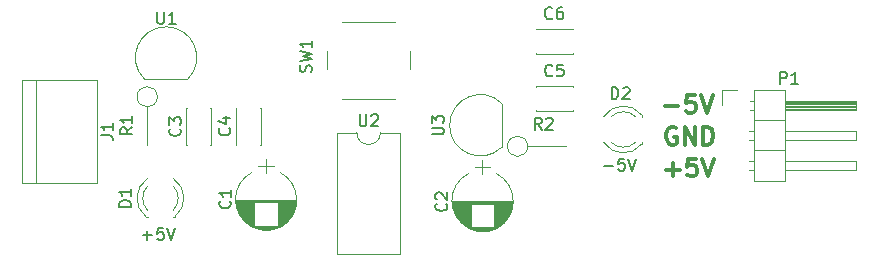
<source format=gto>
G04 #@! TF.FileFunction,Legend,Top*
%FSLAX46Y46*%
G04 Gerber Fmt 4.6, Leading zero omitted, Abs format (unit mm)*
G04 Created by KiCad (PCBNEW 4.0.7) date Thursday, December 14, 2017 'PMt' 09:42:57 PM*
%MOMM*%
%LPD*%
G01*
G04 APERTURE LIST*
%ADD10C,0.100000*%
%ADD11C,0.300000*%
%ADD12C,0.200000*%
%ADD13C,0.120000*%
%ADD14C,0.150000*%
G04 APERTURE END LIST*
D10*
D11*
X208777129Y-113988043D02*
X209919986Y-113988043D01*
X209348557Y-114559471D02*
X209348557Y-113416614D01*
X211348558Y-113059471D02*
X210634272Y-113059471D01*
X210562843Y-113773757D01*
X210634272Y-113702329D01*
X210777129Y-113630900D01*
X211134272Y-113630900D01*
X211277129Y-113702329D01*
X211348558Y-113773757D01*
X211419986Y-113916614D01*
X211419986Y-114273757D01*
X211348558Y-114416614D01*
X211277129Y-114488043D01*
X211134272Y-114559471D01*
X210777129Y-114559471D01*
X210634272Y-114488043D01*
X210562843Y-114416614D01*
X211848557Y-113059471D02*
X212348557Y-114559471D01*
X212848557Y-113059471D01*
X209626343Y-110438500D02*
X209483486Y-110367071D01*
X209269200Y-110367071D01*
X209054915Y-110438500D01*
X208912057Y-110581357D01*
X208840629Y-110724214D01*
X208769200Y-111009929D01*
X208769200Y-111224214D01*
X208840629Y-111509929D01*
X208912057Y-111652786D01*
X209054915Y-111795643D01*
X209269200Y-111867071D01*
X209412057Y-111867071D01*
X209626343Y-111795643D01*
X209697772Y-111724214D01*
X209697772Y-111224214D01*
X209412057Y-111224214D01*
X210340629Y-111867071D02*
X210340629Y-110367071D01*
X211197772Y-111867071D01*
X211197772Y-110367071D01*
X211912058Y-111867071D02*
X211912058Y-110367071D01*
X212269201Y-110367071D01*
X212483486Y-110438500D01*
X212626344Y-110581357D01*
X212697772Y-110724214D01*
X212769201Y-111009929D01*
X212769201Y-111224214D01*
X212697772Y-111509929D01*
X212626344Y-111652786D01*
X212483486Y-111795643D01*
X212269201Y-111867071D01*
X211912058Y-111867071D01*
X208650129Y-108603243D02*
X209792986Y-108603243D01*
X211221558Y-107674671D02*
X210507272Y-107674671D01*
X210435843Y-108388957D01*
X210507272Y-108317529D01*
X210650129Y-108246100D01*
X211007272Y-108246100D01*
X211150129Y-108317529D01*
X211221558Y-108388957D01*
X211292986Y-108531814D01*
X211292986Y-108888957D01*
X211221558Y-109031814D01*
X211150129Y-109103243D01*
X211007272Y-109174671D01*
X210650129Y-109174671D01*
X210507272Y-109103243D01*
X210435843Y-109031814D01*
X211721557Y-107674671D02*
X212221557Y-109174671D01*
X212721557Y-107674671D01*
D12*
X203539886Y-113685629D02*
X204301791Y-113685629D01*
X205254172Y-113066581D02*
X204777981Y-113066581D01*
X204730362Y-113542771D01*
X204777981Y-113495152D01*
X204873219Y-113447533D01*
X205111315Y-113447533D01*
X205206553Y-113495152D01*
X205254172Y-113542771D01*
X205301791Y-113638010D01*
X205301791Y-113876105D01*
X205254172Y-113971343D01*
X205206553Y-114018962D01*
X205111315Y-114066581D01*
X204873219Y-114066581D01*
X204777981Y-114018962D01*
X204730362Y-113971343D01*
X205587505Y-113066581D02*
X205920838Y-114066581D01*
X206254172Y-113066581D01*
X164487386Y-119553029D02*
X165249291Y-119553029D01*
X164868339Y-119933981D02*
X164868339Y-119172076D01*
X166201672Y-118933981D02*
X165725481Y-118933981D01*
X165677862Y-119410171D01*
X165725481Y-119362552D01*
X165820719Y-119314933D01*
X166058815Y-119314933D01*
X166154053Y-119362552D01*
X166201672Y-119410171D01*
X166249291Y-119505410D01*
X166249291Y-119743505D01*
X166201672Y-119838743D01*
X166154053Y-119886362D01*
X166058815Y-119933981D01*
X165820719Y-119933981D01*
X165725481Y-119886362D01*
X165677862Y-119838743D01*
X166535005Y-118933981D02*
X166868338Y-119933981D01*
X167201672Y-118933981D01*
D13*
X170262100Y-108770300D02*
X170262100Y-111890300D01*
X168142100Y-108770300D02*
X168142100Y-111890300D01*
X170262100Y-108770300D02*
X170198100Y-108770300D01*
X168206100Y-108770300D02*
X168142100Y-108770300D01*
X170262100Y-111890300D02*
X170198100Y-111890300D01*
X168206100Y-111890300D02*
X168142100Y-111890300D01*
X174453100Y-108770300D02*
X174453100Y-111890300D01*
X172333100Y-108770300D02*
X172333100Y-111890300D01*
X174453100Y-108770300D02*
X174389100Y-108770300D01*
X172397100Y-108770300D02*
X172333100Y-108770300D01*
X174453100Y-111890300D02*
X174389100Y-111890300D01*
X172397100Y-111890300D02*
X172333100Y-111890300D01*
X197746500Y-106890000D02*
X200866500Y-106890000D01*
X197746500Y-109010000D02*
X200866500Y-109010000D01*
X197746500Y-106890000D02*
X197746500Y-106954000D01*
X197746500Y-108946000D02*
X197746500Y-109010000D01*
X200866500Y-106890000D02*
X200866500Y-106954000D01*
X200866500Y-108946000D02*
X200866500Y-109010000D01*
X197733800Y-102051300D02*
X200853800Y-102051300D01*
X197733800Y-104171300D02*
X200853800Y-104171300D01*
X197733800Y-102051300D02*
X197733800Y-102115300D01*
X197733800Y-104107300D02*
X197733800Y-104171300D01*
X200853800Y-102051300D02*
X200853800Y-102115300D01*
X200853800Y-104107300D02*
X200853800Y-104171300D01*
X154212000Y-106394000D02*
X154212000Y-115094000D01*
X160622000Y-106394000D02*
X160622000Y-115094000D01*
X160622000Y-115094000D02*
X154212000Y-115094000D01*
X155442000Y-115094000D02*
X155442000Y-106394000D01*
X154212000Y-106394000D02*
X160622000Y-106394000D01*
X181340000Y-107989000D02*
X185840000Y-107989000D01*
X180090000Y-103989000D02*
X180090000Y-105489000D01*
X185840000Y-101489000D02*
X181340000Y-101489000D01*
X187090000Y-105489000D02*
X187090000Y-103989000D01*
X164646200Y-106345600D02*
X168246200Y-106345600D01*
X164607722Y-106334078D02*
G75*
G02X166446200Y-101895600I1838478J1838478D01*
G01*
X168284678Y-106334078D02*
G75*
G03X166446200Y-101895600I-1838478J1838478D01*
G01*
X184591200Y-110861800D02*
G75*
G02X182591200Y-110861800I-1000000J0D01*
G01*
X182591200Y-110861800D02*
X180941200Y-110861800D01*
X180941200Y-110861800D02*
X180941200Y-121141800D01*
X180941200Y-121141800D02*
X186241200Y-121141800D01*
X186241200Y-121141800D02*
X186241200Y-110861800D01*
X186241200Y-110861800D02*
X184591200Y-110861800D01*
X194902700Y-112036000D02*
X194902700Y-108436000D01*
X194891178Y-112074478D02*
G75*
G02X190452700Y-110236000I-1838478J1838478D01*
G01*
X194891178Y-108397522D02*
G75*
G03X190452700Y-110236000I-1838478J-1838478D01*
G01*
X216222400Y-107216900D02*
X216222400Y-114956900D01*
X216222400Y-114956900D02*
X218882400Y-114956900D01*
X218882400Y-114956900D02*
X218882400Y-107216900D01*
X218882400Y-107216900D02*
X216222400Y-107216900D01*
X218882400Y-108166900D02*
X224882400Y-108166900D01*
X224882400Y-108166900D02*
X224882400Y-108926900D01*
X224882400Y-108926900D02*
X218882400Y-108926900D01*
X218882400Y-108226900D02*
X224882400Y-108226900D01*
X218882400Y-108346900D02*
X224882400Y-108346900D01*
X218882400Y-108466900D02*
X224882400Y-108466900D01*
X218882400Y-108586900D02*
X224882400Y-108586900D01*
X218882400Y-108706900D02*
X224882400Y-108706900D01*
X218882400Y-108826900D02*
X224882400Y-108826900D01*
X215892400Y-108166900D02*
X216222400Y-108166900D01*
X215892400Y-108926900D02*
X216222400Y-108926900D01*
X216222400Y-109816900D02*
X218882400Y-109816900D01*
X218882400Y-110706900D02*
X224882400Y-110706900D01*
X224882400Y-110706900D02*
X224882400Y-111466900D01*
X224882400Y-111466900D02*
X218882400Y-111466900D01*
X215825329Y-110706900D02*
X216222400Y-110706900D01*
X215825329Y-111466900D02*
X216222400Y-111466900D01*
X216222400Y-112356900D02*
X218882400Y-112356900D01*
X218882400Y-113246900D02*
X224882400Y-113246900D01*
X224882400Y-113246900D02*
X224882400Y-114006900D01*
X224882400Y-114006900D02*
X218882400Y-114006900D01*
X215825329Y-113246900D02*
X216222400Y-113246900D01*
X215825329Y-114006900D02*
X216222400Y-114006900D01*
X213512400Y-108546900D02*
X213512400Y-107276900D01*
X213512400Y-107276900D02*
X214782400Y-107276900D01*
X176084123Y-118833622D02*
G75*
G03X176084400Y-114222320I-1179723J2305722D01*
G01*
X173724677Y-118833622D02*
G75*
G02X173724400Y-114222320I1179723J2305722D01*
G01*
X173724677Y-118833622D02*
G75*
G03X176084400Y-118833480I1179723J2305722D01*
G01*
X177454400Y-116527900D02*
X172354400Y-116527900D01*
X177454400Y-116567900D02*
X172354400Y-116567900D01*
X177453400Y-116607900D02*
X172355400Y-116607900D01*
X177452400Y-116647900D02*
X172356400Y-116647900D01*
X177450400Y-116687900D02*
X172358400Y-116687900D01*
X177447400Y-116727900D02*
X172361400Y-116727900D01*
X177443400Y-116767900D02*
X172365400Y-116767900D01*
X177439400Y-116807900D02*
X175884400Y-116807900D01*
X173924400Y-116807900D02*
X172369400Y-116807900D01*
X177435400Y-116847900D02*
X175884400Y-116847900D01*
X173924400Y-116847900D02*
X172373400Y-116847900D01*
X177429400Y-116887900D02*
X175884400Y-116887900D01*
X173924400Y-116887900D02*
X172379400Y-116887900D01*
X177423400Y-116927900D02*
X175884400Y-116927900D01*
X173924400Y-116927900D02*
X172385400Y-116927900D01*
X177417400Y-116967900D02*
X175884400Y-116967900D01*
X173924400Y-116967900D02*
X172391400Y-116967900D01*
X177410400Y-117007900D02*
X175884400Y-117007900D01*
X173924400Y-117007900D02*
X172398400Y-117007900D01*
X177402400Y-117047900D02*
X175884400Y-117047900D01*
X173924400Y-117047900D02*
X172406400Y-117047900D01*
X177393400Y-117087900D02*
X175884400Y-117087900D01*
X173924400Y-117087900D02*
X172415400Y-117087900D01*
X177384400Y-117127900D02*
X175884400Y-117127900D01*
X173924400Y-117127900D02*
X172424400Y-117127900D01*
X177374400Y-117167900D02*
X175884400Y-117167900D01*
X173924400Y-117167900D02*
X172434400Y-117167900D01*
X177364400Y-117207900D02*
X175884400Y-117207900D01*
X173924400Y-117207900D02*
X172444400Y-117207900D01*
X177352400Y-117248900D02*
X175884400Y-117248900D01*
X173924400Y-117248900D02*
X172456400Y-117248900D01*
X177340400Y-117288900D02*
X175884400Y-117288900D01*
X173924400Y-117288900D02*
X172468400Y-117288900D01*
X177328400Y-117328900D02*
X175884400Y-117328900D01*
X173924400Y-117328900D02*
X172480400Y-117328900D01*
X177314400Y-117368900D02*
X175884400Y-117368900D01*
X173924400Y-117368900D02*
X172494400Y-117368900D01*
X177300400Y-117408900D02*
X175884400Y-117408900D01*
X173924400Y-117408900D02*
X172508400Y-117408900D01*
X177286400Y-117448900D02*
X175884400Y-117448900D01*
X173924400Y-117448900D02*
X172522400Y-117448900D01*
X177270400Y-117488900D02*
X175884400Y-117488900D01*
X173924400Y-117488900D02*
X172538400Y-117488900D01*
X177254400Y-117528900D02*
X175884400Y-117528900D01*
X173924400Y-117528900D02*
X172554400Y-117528900D01*
X177237400Y-117568900D02*
X175884400Y-117568900D01*
X173924400Y-117568900D02*
X172571400Y-117568900D01*
X177219400Y-117608900D02*
X175884400Y-117608900D01*
X173924400Y-117608900D02*
X172589400Y-117608900D01*
X177200400Y-117648900D02*
X175884400Y-117648900D01*
X173924400Y-117648900D02*
X172608400Y-117648900D01*
X177180400Y-117688900D02*
X175884400Y-117688900D01*
X173924400Y-117688900D02*
X172628400Y-117688900D01*
X177160400Y-117728900D02*
X175884400Y-117728900D01*
X173924400Y-117728900D02*
X172648400Y-117728900D01*
X177138400Y-117768900D02*
X175884400Y-117768900D01*
X173924400Y-117768900D02*
X172670400Y-117768900D01*
X177116400Y-117808900D02*
X175884400Y-117808900D01*
X173924400Y-117808900D02*
X172692400Y-117808900D01*
X177093400Y-117848900D02*
X175884400Y-117848900D01*
X173924400Y-117848900D02*
X172715400Y-117848900D01*
X177069400Y-117888900D02*
X175884400Y-117888900D01*
X173924400Y-117888900D02*
X172739400Y-117888900D01*
X177044400Y-117928900D02*
X175884400Y-117928900D01*
X173924400Y-117928900D02*
X172764400Y-117928900D01*
X177017400Y-117968900D02*
X175884400Y-117968900D01*
X173924400Y-117968900D02*
X172791400Y-117968900D01*
X176990400Y-118008900D02*
X175884400Y-118008900D01*
X173924400Y-118008900D02*
X172818400Y-118008900D01*
X176962400Y-118048900D02*
X175884400Y-118048900D01*
X173924400Y-118048900D02*
X172846400Y-118048900D01*
X176932400Y-118088900D02*
X175884400Y-118088900D01*
X173924400Y-118088900D02*
X172876400Y-118088900D01*
X176901400Y-118128900D02*
X175884400Y-118128900D01*
X173924400Y-118128900D02*
X172907400Y-118128900D01*
X176869400Y-118168900D02*
X175884400Y-118168900D01*
X173924400Y-118168900D02*
X172939400Y-118168900D01*
X176836400Y-118208900D02*
X175884400Y-118208900D01*
X173924400Y-118208900D02*
X172972400Y-118208900D01*
X176801400Y-118248900D02*
X175884400Y-118248900D01*
X173924400Y-118248900D02*
X173007400Y-118248900D01*
X176765400Y-118288900D02*
X175884400Y-118288900D01*
X173924400Y-118288900D02*
X173043400Y-118288900D01*
X176727400Y-118328900D02*
X175884400Y-118328900D01*
X173924400Y-118328900D02*
X173081400Y-118328900D01*
X176687400Y-118368900D02*
X175884400Y-118368900D01*
X173924400Y-118368900D02*
X173121400Y-118368900D01*
X176646400Y-118408900D02*
X175884400Y-118408900D01*
X173924400Y-118408900D02*
X173162400Y-118408900D01*
X176603400Y-118448900D02*
X175884400Y-118448900D01*
X173924400Y-118448900D02*
X173205400Y-118448900D01*
X176558400Y-118488900D02*
X175884400Y-118488900D01*
X173924400Y-118488900D02*
X173250400Y-118488900D01*
X176510400Y-118528900D02*
X175884400Y-118528900D01*
X173924400Y-118528900D02*
X173298400Y-118528900D01*
X176460400Y-118568900D02*
X175884400Y-118568900D01*
X173924400Y-118568900D02*
X173348400Y-118568900D01*
X176408400Y-118608900D02*
X175884400Y-118608900D01*
X173924400Y-118608900D02*
X173400400Y-118608900D01*
X176352400Y-118648900D02*
X175884400Y-118648900D01*
X173924400Y-118648900D02*
X173456400Y-118648900D01*
X176294400Y-118688900D02*
X175884400Y-118688900D01*
X173924400Y-118688900D02*
X173514400Y-118688900D01*
X176231400Y-118728900D02*
X175884400Y-118728900D01*
X173924400Y-118728900D02*
X173577400Y-118728900D01*
X176165400Y-118768900D02*
X173643400Y-118768900D01*
X176093400Y-118808900D02*
X173715400Y-118808900D01*
X176016400Y-118848900D02*
X173792400Y-118848900D01*
X175932400Y-118888900D02*
X173876400Y-118888900D01*
X175838400Y-118928900D02*
X173970400Y-118928900D01*
X175733400Y-118968900D02*
X174075400Y-118968900D01*
X175611400Y-119008900D02*
X174197400Y-119008900D01*
X175463400Y-119048900D02*
X174345400Y-119048900D01*
X175258400Y-119088900D02*
X174550400Y-119088900D01*
X174904400Y-113077900D02*
X174904400Y-114277900D01*
X175554400Y-113677900D02*
X174254400Y-113677900D01*
X194410223Y-118935222D02*
G75*
G03X194410500Y-114323920I-1179723J2305722D01*
G01*
X192050777Y-118935222D02*
G75*
G02X192050500Y-114323920I1179723J2305722D01*
G01*
X192050777Y-118935222D02*
G75*
G03X194410500Y-118935080I1179723J2305722D01*
G01*
X195780500Y-116629500D02*
X190680500Y-116629500D01*
X195780500Y-116669500D02*
X190680500Y-116669500D01*
X195779500Y-116709500D02*
X190681500Y-116709500D01*
X195778500Y-116749500D02*
X190682500Y-116749500D01*
X195776500Y-116789500D02*
X190684500Y-116789500D01*
X195773500Y-116829500D02*
X190687500Y-116829500D01*
X195769500Y-116869500D02*
X190691500Y-116869500D01*
X195765500Y-116909500D02*
X194210500Y-116909500D01*
X192250500Y-116909500D02*
X190695500Y-116909500D01*
X195761500Y-116949500D02*
X194210500Y-116949500D01*
X192250500Y-116949500D02*
X190699500Y-116949500D01*
X195755500Y-116989500D02*
X194210500Y-116989500D01*
X192250500Y-116989500D02*
X190705500Y-116989500D01*
X195749500Y-117029500D02*
X194210500Y-117029500D01*
X192250500Y-117029500D02*
X190711500Y-117029500D01*
X195743500Y-117069500D02*
X194210500Y-117069500D01*
X192250500Y-117069500D02*
X190717500Y-117069500D01*
X195736500Y-117109500D02*
X194210500Y-117109500D01*
X192250500Y-117109500D02*
X190724500Y-117109500D01*
X195728500Y-117149500D02*
X194210500Y-117149500D01*
X192250500Y-117149500D02*
X190732500Y-117149500D01*
X195719500Y-117189500D02*
X194210500Y-117189500D01*
X192250500Y-117189500D02*
X190741500Y-117189500D01*
X195710500Y-117229500D02*
X194210500Y-117229500D01*
X192250500Y-117229500D02*
X190750500Y-117229500D01*
X195700500Y-117269500D02*
X194210500Y-117269500D01*
X192250500Y-117269500D02*
X190760500Y-117269500D01*
X195690500Y-117309500D02*
X194210500Y-117309500D01*
X192250500Y-117309500D02*
X190770500Y-117309500D01*
X195678500Y-117350500D02*
X194210500Y-117350500D01*
X192250500Y-117350500D02*
X190782500Y-117350500D01*
X195666500Y-117390500D02*
X194210500Y-117390500D01*
X192250500Y-117390500D02*
X190794500Y-117390500D01*
X195654500Y-117430500D02*
X194210500Y-117430500D01*
X192250500Y-117430500D02*
X190806500Y-117430500D01*
X195640500Y-117470500D02*
X194210500Y-117470500D01*
X192250500Y-117470500D02*
X190820500Y-117470500D01*
X195626500Y-117510500D02*
X194210500Y-117510500D01*
X192250500Y-117510500D02*
X190834500Y-117510500D01*
X195612500Y-117550500D02*
X194210500Y-117550500D01*
X192250500Y-117550500D02*
X190848500Y-117550500D01*
X195596500Y-117590500D02*
X194210500Y-117590500D01*
X192250500Y-117590500D02*
X190864500Y-117590500D01*
X195580500Y-117630500D02*
X194210500Y-117630500D01*
X192250500Y-117630500D02*
X190880500Y-117630500D01*
X195563500Y-117670500D02*
X194210500Y-117670500D01*
X192250500Y-117670500D02*
X190897500Y-117670500D01*
X195545500Y-117710500D02*
X194210500Y-117710500D01*
X192250500Y-117710500D02*
X190915500Y-117710500D01*
X195526500Y-117750500D02*
X194210500Y-117750500D01*
X192250500Y-117750500D02*
X190934500Y-117750500D01*
X195506500Y-117790500D02*
X194210500Y-117790500D01*
X192250500Y-117790500D02*
X190954500Y-117790500D01*
X195486500Y-117830500D02*
X194210500Y-117830500D01*
X192250500Y-117830500D02*
X190974500Y-117830500D01*
X195464500Y-117870500D02*
X194210500Y-117870500D01*
X192250500Y-117870500D02*
X190996500Y-117870500D01*
X195442500Y-117910500D02*
X194210500Y-117910500D01*
X192250500Y-117910500D02*
X191018500Y-117910500D01*
X195419500Y-117950500D02*
X194210500Y-117950500D01*
X192250500Y-117950500D02*
X191041500Y-117950500D01*
X195395500Y-117990500D02*
X194210500Y-117990500D01*
X192250500Y-117990500D02*
X191065500Y-117990500D01*
X195370500Y-118030500D02*
X194210500Y-118030500D01*
X192250500Y-118030500D02*
X191090500Y-118030500D01*
X195343500Y-118070500D02*
X194210500Y-118070500D01*
X192250500Y-118070500D02*
X191117500Y-118070500D01*
X195316500Y-118110500D02*
X194210500Y-118110500D01*
X192250500Y-118110500D02*
X191144500Y-118110500D01*
X195288500Y-118150500D02*
X194210500Y-118150500D01*
X192250500Y-118150500D02*
X191172500Y-118150500D01*
X195258500Y-118190500D02*
X194210500Y-118190500D01*
X192250500Y-118190500D02*
X191202500Y-118190500D01*
X195227500Y-118230500D02*
X194210500Y-118230500D01*
X192250500Y-118230500D02*
X191233500Y-118230500D01*
X195195500Y-118270500D02*
X194210500Y-118270500D01*
X192250500Y-118270500D02*
X191265500Y-118270500D01*
X195162500Y-118310500D02*
X194210500Y-118310500D01*
X192250500Y-118310500D02*
X191298500Y-118310500D01*
X195127500Y-118350500D02*
X194210500Y-118350500D01*
X192250500Y-118350500D02*
X191333500Y-118350500D01*
X195091500Y-118390500D02*
X194210500Y-118390500D01*
X192250500Y-118390500D02*
X191369500Y-118390500D01*
X195053500Y-118430500D02*
X194210500Y-118430500D01*
X192250500Y-118430500D02*
X191407500Y-118430500D01*
X195013500Y-118470500D02*
X194210500Y-118470500D01*
X192250500Y-118470500D02*
X191447500Y-118470500D01*
X194972500Y-118510500D02*
X194210500Y-118510500D01*
X192250500Y-118510500D02*
X191488500Y-118510500D01*
X194929500Y-118550500D02*
X194210500Y-118550500D01*
X192250500Y-118550500D02*
X191531500Y-118550500D01*
X194884500Y-118590500D02*
X194210500Y-118590500D01*
X192250500Y-118590500D02*
X191576500Y-118590500D01*
X194836500Y-118630500D02*
X194210500Y-118630500D01*
X192250500Y-118630500D02*
X191624500Y-118630500D01*
X194786500Y-118670500D02*
X194210500Y-118670500D01*
X192250500Y-118670500D02*
X191674500Y-118670500D01*
X194734500Y-118710500D02*
X194210500Y-118710500D01*
X192250500Y-118710500D02*
X191726500Y-118710500D01*
X194678500Y-118750500D02*
X194210500Y-118750500D01*
X192250500Y-118750500D02*
X191782500Y-118750500D01*
X194620500Y-118790500D02*
X194210500Y-118790500D01*
X192250500Y-118790500D02*
X191840500Y-118790500D01*
X194557500Y-118830500D02*
X194210500Y-118830500D01*
X192250500Y-118830500D02*
X191903500Y-118830500D01*
X194491500Y-118870500D02*
X191969500Y-118870500D01*
X194419500Y-118910500D02*
X192041500Y-118910500D01*
X194342500Y-118950500D02*
X192118500Y-118950500D01*
X194258500Y-118990500D02*
X192202500Y-118990500D01*
X194164500Y-119030500D02*
X192296500Y-119030500D01*
X194059500Y-119070500D02*
X192401500Y-119070500D01*
X193937500Y-119110500D02*
X192523500Y-119110500D01*
X193789500Y-119150500D02*
X192671500Y-119150500D01*
X193584500Y-119190500D02*
X192876500Y-119190500D01*
X193230500Y-113179500D02*
X193230500Y-114379500D01*
X193880500Y-113779500D02*
X192580500Y-113779500D01*
X164884992Y-114735865D02*
G75*
G03X164728084Y-117968200I1078608J-1672335D01*
G01*
X167042208Y-114735865D02*
G75*
G02X167199116Y-117968200I-1078608J-1672335D01*
G01*
X164883763Y-115367070D02*
G75*
G03X164883600Y-117449161I1079837J-1041130D01*
G01*
X167043437Y-115367070D02*
G75*
G02X167043600Y-117449161I-1079837J-1041130D01*
G01*
X164727600Y-117968200D02*
X164883600Y-117968200D01*
X167043600Y-117968200D02*
X167199600Y-117968200D01*
X203483465Y-111670208D02*
G75*
G03X206715800Y-111827116I1672335J1078608D01*
G01*
X203483465Y-109512992D02*
G75*
G02X206715800Y-109356084I1672335J-1078608D01*
G01*
X204114670Y-111671437D02*
G75*
G03X206196761Y-111671600I1041130J1079837D01*
G01*
X204114670Y-109511763D02*
G75*
G02X206196761Y-109511600I1041130J-1079837D01*
G01*
X206715800Y-111827600D02*
X206715800Y-111671600D01*
X206715800Y-109511600D02*
X206715800Y-109355600D01*
X165706000Y-107823000D02*
G75*
G03X165706000Y-107823000I-860000J0D01*
G01*
X164846000Y-108683000D02*
X164846000Y-111903000D01*
X197062300Y-112014000D02*
G75*
G03X197062300Y-112014000I-860000J0D01*
G01*
X197062300Y-112014000D02*
X200282300Y-112014000D01*
D14*
X167603443Y-110529666D02*
X167651062Y-110577285D01*
X167698681Y-110720142D01*
X167698681Y-110815380D01*
X167651062Y-110958238D01*
X167555824Y-111053476D01*
X167460586Y-111101095D01*
X167270110Y-111148714D01*
X167127252Y-111148714D01*
X166936776Y-111101095D01*
X166841538Y-111053476D01*
X166746300Y-110958238D01*
X166698681Y-110815380D01*
X166698681Y-110720142D01*
X166746300Y-110577285D01*
X166793919Y-110529666D01*
X166698681Y-110196333D02*
X166698681Y-109577285D01*
X167079633Y-109910619D01*
X167079633Y-109767761D01*
X167127252Y-109672523D01*
X167174871Y-109624904D01*
X167270110Y-109577285D01*
X167508205Y-109577285D01*
X167603443Y-109624904D01*
X167651062Y-109672523D01*
X167698681Y-109767761D01*
X167698681Y-110053476D01*
X167651062Y-110148714D01*
X167603443Y-110196333D01*
X171794443Y-110478866D02*
X171842062Y-110526485D01*
X171889681Y-110669342D01*
X171889681Y-110764580D01*
X171842062Y-110907438D01*
X171746824Y-111002676D01*
X171651586Y-111050295D01*
X171461110Y-111097914D01*
X171318252Y-111097914D01*
X171127776Y-111050295D01*
X171032538Y-111002676D01*
X170937300Y-110907438D01*
X170889681Y-110764580D01*
X170889681Y-110669342D01*
X170937300Y-110526485D01*
X170984919Y-110478866D01*
X171223014Y-109621723D02*
X171889681Y-109621723D01*
X170842062Y-109859819D02*
X171556348Y-110097914D01*
X171556348Y-109478866D01*
X199139834Y-105997143D02*
X199092215Y-106044762D01*
X198949358Y-106092381D01*
X198854120Y-106092381D01*
X198711262Y-106044762D01*
X198616024Y-105949524D01*
X198568405Y-105854286D01*
X198520786Y-105663810D01*
X198520786Y-105520952D01*
X198568405Y-105330476D01*
X198616024Y-105235238D01*
X198711262Y-105140000D01*
X198854120Y-105092381D01*
X198949358Y-105092381D01*
X199092215Y-105140000D01*
X199139834Y-105187619D01*
X200044596Y-105092381D02*
X199568405Y-105092381D01*
X199520786Y-105568571D01*
X199568405Y-105520952D01*
X199663643Y-105473333D01*
X199901739Y-105473333D01*
X199996977Y-105520952D01*
X200044596Y-105568571D01*
X200092215Y-105663810D01*
X200092215Y-105901905D01*
X200044596Y-105997143D01*
X199996977Y-106044762D01*
X199901739Y-106092381D01*
X199663643Y-106092381D01*
X199568405Y-106044762D01*
X199520786Y-105997143D01*
X199127134Y-101158443D02*
X199079515Y-101206062D01*
X198936658Y-101253681D01*
X198841420Y-101253681D01*
X198698562Y-101206062D01*
X198603324Y-101110824D01*
X198555705Y-101015586D01*
X198508086Y-100825110D01*
X198508086Y-100682252D01*
X198555705Y-100491776D01*
X198603324Y-100396538D01*
X198698562Y-100301300D01*
X198841420Y-100253681D01*
X198936658Y-100253681D01*
X199079515Y-100301300D01*
X199127134Y-100348919D01*
X199984277Y-100253681D02*
X199793800Y-100253681D01*
X199698562Y-100301300D01*
X199650943Y-100348919D01*
X199555705Y-100491776D01*
X199508086Y-100682252D01*
X199508086Y-101063205D01*
X199555705Y-101158443D01*
X199603324Y-101206062D01*
X199698562Y-101253681D01*
X199889039Y-101253681D01*
X199984277Y-101206062D01*
X200031896Y-101158443D01*
X200079515Y-101063205D01*
X200079515Y-100825110D01*
X200031896Y-100729871D01*
X199984277Y-100682252D01*
X199889039Y-100634633D01*
X199698562Y-100634633D01*
X199603324Y-100682252D01*
X199555705Y-100729871D01*
X199508086Y-100825110D01*
X160934381Y-111077333D02*
X161648667Y-111077333D01*
X161791524Y-111124953D01*
X161886762Y-111220191D01*
X161934381Y-111363048D01*
X161934381Y-111458286D01*
X161934381Y-110077333D02*
X161934381Y-110648762D01*
X161934381Y-110363048D02*
X160934381Y-110363048D01*
X161077238Y-110458286D01*
X161172476Y-110553524D01*
X161220095Y-110648762D01*
X178712762Y-105727333D02*
X178760381Y-105584476D01*
X178760381Y-105346380D01*
X178712762Y-105251142D01*
X178665143Y-105203523D01*
X178569905Y-105155904D01*
X178474667Y-105155904D01*
X178379429Y-105203523D01*
X178331810Y-105251142D01*
X178284190Y-105346380D01*
X178236571Y-105536857D01*
X178188952Y-105632095D01*
X178141333Y-105679714D01*
X178046095Y-105727333D01*
X177950857Y-105727333D01*
X177855619Y-105679714D01*
X177808000Y-105632095D01*
X177760381Y-105536857D01*
X177760381Y-105298761D01*
X177808000Y-105155904D01*
X177760381Y-104822571D02*
X178760381Y-104584476D01*
X178046095Y-104393999D01*
X178760381Y-104203523D01*
X177760381Y-103965428D01*
X178760381Y-103060666D02*
X178760381Y-103632095D01*
X178760381Y-103346381D02*
X177760381Y-103346381D01*
X177903238Y-103441619D01*
X177998476Y-103536857D01*
X178046095Y-103632095D01*
X165696995Y-100645981D02*
X165696995Y-101455505D01*
X165744614Y-101550743D01*
X165792233Y-101598362D01*
X165887471Y-101645981D01*
X166077948Y-101645981D01*
X166173186Y-101598362D01*
X166220805Y-101550743D01*
X166268424Y-101455505D01*
X166268424Y-100645981D01*
X167268424Y-101645981D02*
X166696995Y-101645981D01*
X166982709Y-101645981D02*
X166982709Y-100645981D01*
X166887471Y-100788838D01*
X166792233Y-100884076D01*
X166696995Y-100931695D01*
X182829295Y-109314181D02*
X182829295Y-110123705D01*
X182876914Y-110218943D01*
X182924533Y-110266562D01*
X183019771Y-110314181D01*
X183210248Y-110314181D01*
X183305486Y-110266562D01*
X183353105Y-110218943D01*
X183400724Y-110123705D01*
X183400724Y-109314181D01*
X183829295Y-109409419D02*
X183876914Y-109361800D01*
X183972152Y-109314181D01*
X184210248Y-109314181D01*
X184305486Y-109361800D01*
X184353105Y-109409419D01*
X184400724Y-109504657D01*
X184400724Y-109599895D01*
X184353105Y-109742752D01*
X183781676Y-110314181D01*
X184400724Y-110314181D01*
X188945081Y-110997905D02*
X189754605Y-110997905D01*
X189849843Y-110950286D01*
X189897462Y-110902667D01*
X189945081Y-110807429D01*
X189945081Y-110616952D01*
X189897462Y-110521714D01*
X189849843Y-110474095D01*
X189754605Y-110426476D01*
X188945081Y-110426476D01*
X188945081Y-110045524D02*
X188945081Y-109426476D01*
X189326033Y-109759810D01*
X189326033Y-109616952D01*
X189373652Y-109521714D01*
X189421271Y-109474095D01*
X189516510Y-109426476D01*
X189754605Y-109426476D01*
X189849843Y-109474095D01*
X189897462Y-109521714D01*
X189945081Y-109616952D01*
X189945081Y-109902667D01*
X189897462Y-109997905D01*
X189849843Y-110045524D01*
X218429305Y-106729281D02*
X218429305Y-105729281D01*
X218810258Y-105729281D01*
X218905496Y-105776900D01*
X218953115Y-105824519D01*
X219000734Y-105919757D01*
X219000734Y-106062614D01*
X218953115Y-106157852D01*
X218905496Y-106205471D01*
X218810258Y-106253090D01*
X218429305Y-106253090D01*
X219953115Y-106729281D02*
X219381686Y-106729281D01*
X219667400Y-106729281D02*
X219667400Y-105729281D01*
X219572162Y-105872138D01*
X219476924Y-105967376D01*
X219381686Y-106014995D01*
X171845243Y-116651066D02*
X171892862Y-116698685D01*
X171940481Y-116841542D01*
X171940481Y-116936780D01*
X171892862Y-117079638D01*
X171797624Y-117174876D01*
X171702386Y-117222495D01*
X171511910Y-117270114D01*
X171369052Y-117270114D01*
X171178576Y-117222495D01*
X171083338Y-117174876D01*
X170988100Y-117079638D01*
X170940481Y-116936780D01*
X170940481Y-116841542D01*
X170988100Y-116698685D01*
X171035719Y-116651066D01*
X171940481Y-115698685D02*
X171940481Y-116270114D01*
X171940481Y-115984400D02*
X170940481Y-115984400D01*
X171083338Y-116079638D01*
X171178576Y-116174876D01*
X171226195Y-116270114D01*
X190158643Y-116879666D02*
X190206262Y-116927285D01*
X190253881Y-117070142D01*
X190253881Y-117165380D01*
X190206262Y-117308238D01*
X190111024Y-117403476D01*
X190015786Y-117451095D01*
X189825310Y-117498714D01*
X189682452Y-117498714D01*
X189491976Y-117451095D01*
X189396738Y-117403476D01*
X189301500Y-117308238D01*
X189253881Y-117165380D01*
X189253881Y-117070142D01*
X189301500Y-116927285D01*
X189349119Y-116879666D01*
X189349119Y-116498714D02*
X189301500Y-116451095D01*
X189253881Y-116355857D01*
X189253881Y-116117761D01*
X189301500Y-116022523D01*
X189349119Y-115974904D01*
X189444357Y-115927285D01*
X189539595Y-115927285D01*
X189682452Y-115974904D01*
X190253881Y-116546333D01*
X190253881Y-115927285D01*
X163455981Y-117146295D02*
X162455981Y-117146295D01*
X162455981Y-116908200D01*
X162503600Y-116765342D01*
X162598838Y-116670104D01*
X162694076Y-116622485D01*
X162884552Y-116574866D01*
X163027410Y-116574866D01*
X163217886Y-116622485D01*
X163313124Y-116670104D01*
X163408362Y-116765342D01*
X163455981Y-116908200D01*
X163455981Y-117146295D01*
X163455981Y-115622485D02*
X163455981Y-116193914D01*
X163455981Y-115908200D02*
X162455981Y-115908200D01*
X162598838Y-116003438D01*
X162694076Y-116098676D01*
X162741695Y-116193914D01*
X204176405Y-108021381D02*
X204176405Y-107021381D01*
X204414500Y-107021381D01*
X204557358Y-107069000D01*
X204652596Y-107164238D01*
X204700215Y-107259476D01*
X204747834Y-107449952D01*
X204747834Y-107592810D01*
X204700215Y-107783286D01*
X204652596Y-107878524D01*
X204557358Y-107973762D01*
X204414500Y-108021381D01*
X204176405Y-108021381D01*
X205128786Y-107116619D02*
X205176405Y-107069000D01*
X205271643Y-107021381D01*
X205509739Y-107021381D01*
X205604977Y-107069000D01*
X205652596Y-107116619D01*
X205700215Y-107211857D01*
X205700215Y-107307095D01*
X205652596Y-107449952D01*
X205081167Y-108021381D01*
X205700215Y-108021381D01*
X163571181Y-110415366D02*
X163094990Y-110748700D01*
X163571181Y-110986795D02*
X162571181Y-110986795D01*
X162571181Y-110605842D01*
X162618800Y-110510604D01*
X162666419Y-110462985D01*
X162761657Y-110415366D01*
X162904514Y-110415366D01*
X162999752Y-110462985D01*
X163047371Y-110510604D01*
X163094990Y-110605842D01*
X163094990Y-110986795D01*
X163571181Y-109462985D02*
X163571181Y-110034414D01*
X163571181Y-109748700D02*
X162571181Y-109748700D01*
X162714038Y-109843938D01*
X162809276Y-109939176D01*
X162856895Y-110034414D01*
X198232734Y-110599481D02*
X197899400Y-110123290D01*
X197661305Y-110599481D02*
X197661305Y-109599481D01*
X198042258Y-109599481D01*
X198137496Y-109647100D01*
X198185115Y-109694719D01*
X198232734Y-109789957D01*
X198232734Y-109932814D01*
X198185115Y-110028052D01*
X198137496Y-110075671D01*
X198042258Y-110123290D01*
X197661305Y-110123290D01*
X198613686Y-109694719D02*
X198661305Y-109647100D01*
X198756543Y-109599481D01*
X198994639Y-109599481D01*
X199089877Y-109647100D01*
X199137496Y-109694719D01*
X199185115Y-109789957D01*
X199185115Y-109885195D01*
X199137496Y-110028052D01*
X198566067Y-110599481D01*
X199185115Y-110599481D01*
M02*

</source>
